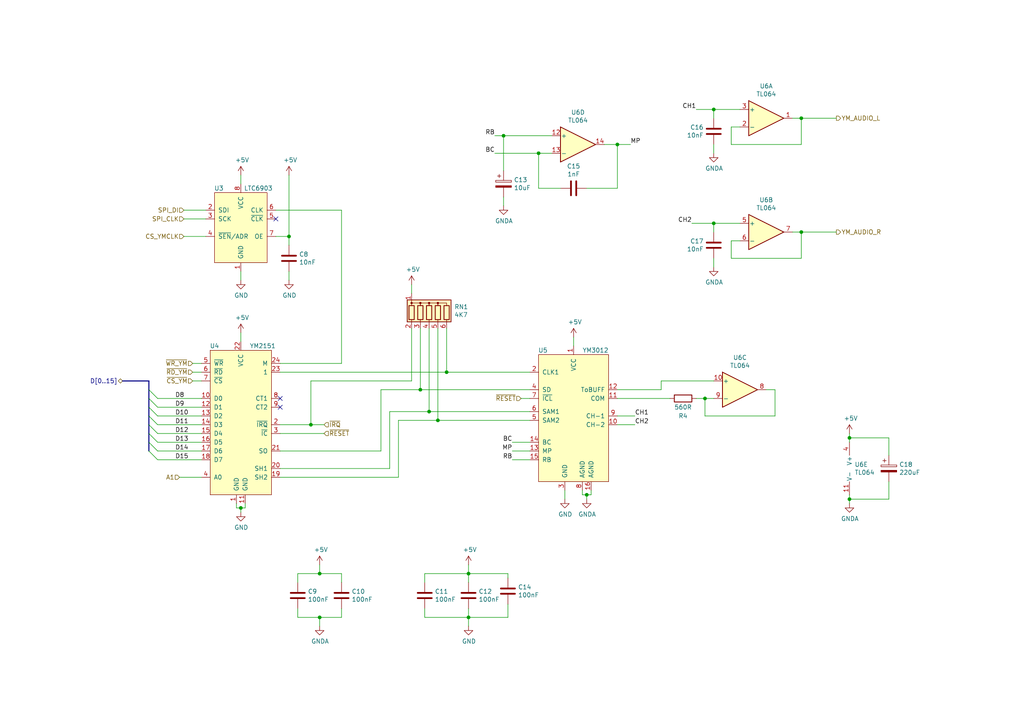
<source format=kicad_sch>
(kicad_sch (version 20231120) (generator "eeschema") (generator_version "8.0")
  (paper "A4")
  (lib_symbols
    (symbol "Amplifier_Operational:TL064" (pin_names (offset 0.127))
      (property "Reference" "U" (at 0 5.08 0))
      (property "Value" "TL064" (at 0 -5.08 0))
      (symbol "TL064_1_1"
        (polyline (pts (xy -5.08 5.08) (xy 5.08 0) (xy -5.08 -5.08) (xy -5.08 5.08)) (stroke (width 0.254)) (fill (type background)))
        (pin output line (at 7.62 0 180) (length 2.54) (name "~") (number "1"))
        (pin input line (at -7.62 -2.54 0) (length 2.54) (name "-") (number "2"))
        (pin input line (at -7.62 2.54 0) (length 2.54) (name "+") (number "3"))
      )
      (symbol "TL064_2_1"
        (polyline (pts (xy -5.08 5.08) (xy 5.08 0) (xy -5.08 -5.08) (xy -5.08 5.08)) (stroke (width 0.254)) (fill (type background)))
        (pin input line (at -7.62 2.54 0) (length 2.54) (name "+") (number "5"))
        (pin input line (at -7.62 -2.54 0) (length 2.54) (name "-") (number "6"))
        (pin output line (at 7.62 0 180) (length 2.54) (name "~") (number "7"))
      )
      (symbol "TL064_3_1"
        (polyline (pts (xy -5.08 5.08) (xy 5.08 0) (xy -5.08 -5.08) (xy -5.08 5.08)) (stroke (width 0.254)) (fill (type background)))
        (pin input line (at -7.62 2.54 0) (length 2.54) (name "+") (number "10"))
        (pin output line (at 7.62 0 180) (length 2.54) (name "~") (number "8"))
        (pin input line (at -7.62 -2.54 0) (length 2.54) (name "-") (number "9"))
      )
      (symbol "TL064_4_1"
        (polyline (pts (xy -5.08 5.08) (xy 5.08 0) (xy -5.08 -5.08) (xy -5.08 5.08)) (stroke (width 0.254)) (fill (type background)))
        (pin input line (at -7.62 2.54 0) (length 2.54) (name "+") (number "12"))
        (pin input line (at -7.62 -2.54 0) (length 2.54) (name "-") (number "13"))
        (pin output line (at 7.62 0 180) (length 2.54) (name "~") (number "14"))
      )
      (symbol "TL064_5_1"
        (pin power_in line (at -2.54 -7.62 90) (length 3.81) (name "V-") (number "11"))
        (pin power_in line (at -2.54 7.62 270) (length 3.81) (name "V+") (number "4"))
      )
    )
    (symbol "Ddraig:LTC690x" (pin_names (offset 1.016))
      (property "Reference" "U" (at -8.89 17.78 0))
      (property "Value" "LTC690x" (at 10.16 17.78 0))
      (symbol "LTC690x_0_1"
        (rectangle (start -7.62 13.97) (end 7.62 -6.35) (fill (type background)))
      )
      (symbol "LTC690x_1_1"
        (pin power_in line (at 0 -8.89 90) (length 2.54) (name "GND") (number "1"))
        (pin input line (at -10.16 8.89 0) (length 2.54) (name "SDI") (number "2"))
        (pin input line (at -10.16 6.35 0) (length 2.54) (name "SCK") (number "3"))
        (pin input line (at -10.16 1.27 0) (length 2.54) (name "~{SEN}/ADR") (number "4"))
        (pin output line (at 10.16 6.35 180) (length 2.54) (name "~{CLK}") (number "5"))
        (pin output line (at 10.16 8.89 180) (length 2.54) (name "CLK") (number "6"))
        (pin input line (at 10.16 1.27 180) (length 2.54) (name "OE") (number "7"))
        (pin power_in line (at 0 16.51 270) (length 2.54) (name "VCC") (number "8"))
      )
    )
    (symbol "Ddraig:YM2151" (pin_names (offset 1.016))
      (property "Reference" "U" (at -7.62 22.86 0))
      (property "Value" "YM2151" (at 6.35 -21.59 0))
      (symbol "YM2151_0_1"
        (rectangle (start -8.89 21.59) (end 8.89 -20.32) (fill (type background)))
      )
      (symbol "YM2151_1_1"
        (pin power_in line (at -1.27 -22.86 90) (length 2.54) (name "GND") (number "1"))
        (pin bidirectional line (at -11.43 7.62 0) (length 2.54) (name "D0") (number "10"))
        (pin power_in line (at 1.27 -22.86 90) (length 2.54) (name "GND") (number "11"))
        (pin bidirectional line (at -11.43 5.08 0) (length 2.54) (name "D1") (number "12"))
        (pin bidirectional line (at -11.43 2.54 0) (length 2.54) (name "D2") (number "13"))
        (pin bidirectional line (at -11.43 0 0) (length 2.54) (name "D3") (number "14"))
        (pin bidirectional line (at -11.43 -2.54 0) (length 2.54) (name "D4") (number "15"))
        (pin bidirectional line (at -11.43 -5.08 0) (length 2.54) (name "D5") (number "16"))
        (pin bidirectional line (at -11.43 -7.62 0) (length 2.54) (name "D6") (number "17"))
        (pin bidirectional line (at -11.43 -10.16 0) (length 2.54) (name "D7") (number "18"))
        (pin output line (at 11.43 -15.24 180) (length 2.54) (name "SH2") (number "19"))
        (pin output line (at 11.43 0 180) (length 2.54) (name "~{IRQ}") (number "2"))
        (pin output line (at 11.43 -12.7 180) (length 2.54) (name "SH1") (number "20"))
        (pin output line (at 11.43 -7.62 180) (length 2.54) (name "SO") (number "21"))
        (pin power_in line (at 0 24.13 270) (length 2.54) (name "VCC") (number "22"))
        (pin output line (at 11.43 15.24 180) (length 2.54) (name "1") (number "23"))
        (pin input line (at 11.43 17.78 180) (length 2.54) (name "M") (number "24"))
        (pin input line (at 11.43 -2.54 180) (length 2.54) (name "~{IC}") (number "3"))
        (pin input line (at -11.43 -15.24 0) (length 2.54) (name "A0") (number "4"))
        (pin input line (at -11.43 17.78 0) (length 2.54) (name "~{WR}") (number "5"))
        (pin input line (at -11.43 15.24 0) (length 2.54) (name "~{RD}") (number "6"))
        (pin input line (at -11.43 12.7 0) (length 2.54) (name "~{CS}") (number "7"))
        (pin output line (at 11.43 7.62 180) (length 2.54) (name "CT1") (number "8"))
        (pin output line (at 11.43 5.08 180) (length 2.54) (name "CT2") (number "9"))
      )
    )
    (symbol "Ddraig:YM3012" (pin_names (offset 1.016))
      (property "Reference" "U" (at -7.62 16.51 0))
      (property "Value" "YM3012" (at -8.89 -22.86 0))
      (symbol "YM3012_0_1"
        (rectangle (start -10.16 15.24) (end 10.16 -21.59) (fill (type background)))
      )
      (symbol "YM3012_1_1"
        (pin power_in line (at 0 17.78 270) (length 2.54) (name "VCC") (number "1"))
        (pin output line (at 12.7 -5.08 180) (length 2.54) (name "CH-2") (number "10"))
        (pin input line (at 12.7 2.54 180) (length 2.54) (name "COM") (number "11"))
        (pin output line (at 12.7 5.08 180) (length 2.54) (name "ToBUFF") (number "12"))
        (pin input line (at -12.7 -12.7 0) (length 2.54) (name "MP") (number "13"))
        (pin output line (at -12.7 -10.16 0) (length 2.54) (name "BC") (number "14"))
        (pin output line (at -12.7 -15.24 0) (length 2.54) (name "RB") (number "15"))
        (pin power_in line (at 5.08 -24.13 90) (length 2.54) (name "AGND") (number "16"))
        (pin input line (at -12.7 10.16 0) (length 2.54) (name "CLK1") (number "2"))
        (pin power_in line (at -2.54 -24.13 90) (length 2.54) (name "GND") (number "3"))
        (pin input line (at -12.7 5.08 0) (length 2.54) (name "SD") (number "4"))
        (pin input line (at -12.7 -3.81 0) (length 2.54) (name "SAM2") (number "5"))
        (pin input line (at -12.7 -1.27 0) (length 2.54) (name "SAM1") (number "6"))
        (pin input line (at -12.7 2.54 0) (length 2.54) (name "~{ICL}") (number "7"))
        (pin power_in line (at 2.54 -24.13 90) (length 2.54) (name "AGND") (number "8"))
        (pin output line (at 12.7 -2.54 180) (length 2.54) (name "CH-1") (number "9"))
      )
    )
    (symbol "Device:C" (pin_numbers hide) (pin_names (offset 0.254))
      (property "Reference" "C" (at 0.635 2.54 0))
      (property "Value" "C" (at 0.635 -2.54 0))
      (symbol "C_0_1"
        (polyline (pts (xy -2.032 -0.762) (xy 2.032 -0.762)) (stroke (width 0.508)))
        (polyline (pts (xy -2.032 0.762) (xy 2.032 0.762)) (stroke (width 0.508)))
      )
      (symbol "C_1_1"
        (pin passive line (at 0 3.81 270) (length 2.794) (name "~") (number "1"))
        (pin passive line (at 0 -3.81 90) (length 2.794) (name "~") (number "2"))
      )
    )
    (symbol "Device:C_Polarized" (pin_numbers hide) (pin_names (offset 0.254))
      (property "Reference" "C" (at 0.635 2.54 0))
      (property "Value" "C_Polarized" (at 0.635 -2.54 0))
      (symbol "C_Polarized_0_1"
        (rectangle (start -2.286 0.508) (end 2.286 1.016))
        (polyline (pts (xy -1.778 2.286) (xy -0.762 2.286)))
        (polyline (pts (xy -1.27 2.794) (xy -1.27 1.778)))
        (rectangle (start 2.286 -0.508) (end -2.286 -1.016) (fill (type outline)))
      )
      (symbol "C_Polarized_1_1"
        (pin passive line (at 0 3.81 270) (length 2.794) (name "~") (number "1"))
        (pin passive line (at 0 -3.81 90) (length 2.794) (name "~") (number "2"))
      )
    )
    (symbol "Device:R" (pin_numbers hide) (pin_names (offset 0))
      (property "Reference" "R" (at 2.032 0 90))
      (property "Value" "R" (at 0 0 90))
      (symbol "R_0_1"
        (rectangle (start -1.016 -2.54) (end 1.016 2.54) (stroke (width 0.254)))
      )
      (symbol "R_1_1"
        (pin passive line (at 0 3.81 270) (length 1.27) (name "~") (number "1"))
        (pin passive line (at 0 -3.81 90) (length 1.27) (name "~") (number "2"))
      )
    )
    (symbol "Device:R_Network05" (pin_names (offset 0) hide)
      (property "Reference" "RN" (at -7.62 0 90))
      (property "Value" "R_Network05" (at 7.62 0 90))
      (symbol "R_Network05_0_1"
        (rectangle (start -6.35 -3.175) (end 6.35 3.175) (stroke (width 0.254)) (fill (type background)))
        (rectangle (start -5.842 1.524) (end -4.318 -2.54) (stroke (width 0.254)))
        (circle (center -5.08 2.286) (radius 0.254) (fill (type outline)))
        (rectangle (start -3.302 1.524) (end -1.778 -2.54) (stroke (width 0.254)))
        (circle (center -2.54 2.286) (radius 0.254) (fill (type outline)))
        (rectangle (start -0.762 1.524) (end 0.762 -2.54) (stroke (width 0.254)))
        (polyline (pts (xy -5.08 -2.54) (xy -5.08 -3.81)))
        (polyline (pts (xy -2.54 -2.54) (xy -2.54 -3.81)))
        (polyline (pts (xy 0 -2.54) (xy 0 -3.81)))
        (polyline (pts (xy 2.54 -2.54) (xy 2.54 -3.81)))
        (polyline (pts (xy 5.08 -2.54) (xy 5.08 -3.81)))
        (polyline (pts (xy -5.08 1.524) (xy -5.08 2.286) (xy -2.54 2.286) (xy -2.54 1.524)))
        (polyline (pts (xy -2.54 1.524) (xy -2.54 2.286) (xy 0 2.286) (xy 0 1.524)))
        (polyline (pts (xy 0 1.524) (xy 0 2.286) (xy 2.54 2.286) (xy 2.54 1.524)))
        (polyline (pts (xy 2.54 1.524) (xy 2.54 2.286) (xy 5.08 2.286) (xy 5.08 1.524)))
        (circle (center 0 2.286) (radius 0.254) (fill (type outline)))
        (rectangle (start 1.778 1.524) (end 3.302 -2.54) (stroke (width 0.254)))
        (circle (center 2.54 2.286) (radius 0.254) (fill (type outline)))
        (rectangle (start 4.318 1.524) (end 5.842 -2.54) (stroke (width 0.254)))
      )
      (symbol "R_Network05_1_1"
        (pin passive line (at -5.08 5.08 270) (length 2.54) (name "common") (number "1"))
        (pin passive line (at -5.08 -5.08 90) (length 1.27) (name "R1") (number "2"))
        (pin passive line (at -2.54 -5.08 90) (length 1.27) (name "R2") (number "3"))
        (pin passive line (at 0 -5.08 90) (length 1.27) (name "R3") (number "4"))
        (pin passive line (at 2.54 -5.08 90) (length 1.27) (name "R4") (number "5"))
        (pin passive line (at 5.08 -5.08 90) (length 1.27) (name "R5") (number "6"))
      )
    )
    (symbol "power:+5V" (power) (pin_names (offset 0))
      (property "Value" "+5V" (at 0 3.556 0))
      (symbol "+5V_0_1"
        (polyline (pts (xy -0.762 1.27) (xy 0 2.54)))
        (polyline (pts (xy 0 0) (xy 0 2.54)))
        (polyline (pts (xy 0 2.54) (xy 0.762 1.27)))
      )
      (symbol "+5V_1_1"
        (pin power_in line (at 0 0 90) (length 0) hide (name "+5V") (number "1"))
      )
    )
    (symbol "power:GND" (power) (pin_names (offset 0))
      (property "Value" "GND" (at 0 -3.81 0))
      (symbol "GND_0_1"
        (polyline (pts (xy 0 0) (xy 0 -1.27) (xy 1.27 -1.27) (xy 0 -2.54) (xy -1.27 -1.27) (xy 0 -1.27)))
      )
      (symbol "GND_1_1"
        (pin power_in line (at 0 0 270) (length 0) hide (name "GND") (number "1"))
      )
    )
    (symbol "power:GNDA" (power) (pin_names (offset 0))
      (property "Value" "GNDA" (at 0 -3.81 0))
      (symbol "GNDA_0_1"
        (polyline (pts (xy 0 0) (xy 0 -1.27) (xy 1.27 -1.27) (xy 0 -2.54) (xy -1.27 -1.27) (xy 0 -1.27)))
      )
      (symbol "GNDA_1_1"
        (pin power_in line (at 0 0 270) (length 0) hide (name "GNDA") (number "1"))
      )
    )
  )
  (junction (at 83.82 68.58))
  (junction (at 232.41 67.31))
  (junction (at 92.71 179.07))
  (junction (at 232.41 34.29))
  (junction (at 246.38 127))
  (junction (at 92.71 166.37))
  (junction (at 135.89 179.07))
  (junction (at 246.38 144.78))
  (junction (at 90.17 123.19))
  (junction (at 124.46 119.38))
  (junction (at 121.92 113.03))
  (junction (at 207.01 31.75))
  (junction (at 170.18 143.51))
  (junction (at 179.07 41.91))
  (junction (at 135.89 166.37))
  (junction (at 127 121.92))
  (junction (at 204.47 115.57))
  (junction (at 207.01 64.77))
  (junction (at 156.21 44.45))
  (junction (at 146.05 39.37))
  (junction (at 129.54 107.95))
  (junction (at 69.85 147.32))
  (no_connect (at 80.01 63.5))
  (no_connect (at 81.28 118.11))
  (no_connect (at 81.28 115.57))
  (bus_entry (at 43.18 120.65) (size 2.54 2.54))
  (bus_entry (at 43.18 113.03) (size 2.54 2.54))
  (bus_entry (at 43.18 123.19) (size 2.54 2.54))
  (bus_entry (at 43.18 130.81) (size 2.54 2.54))
  (bus_entry (at 43.18 115.57) (size 2.54 2.54))
  (bus_entry (at 43.18 128.27) (size 2.54 2.54))
  (bus_entry (at 43.18 125.73) (size 2.54 2.54))
  (bus_entry (at 43.18 118.11) (size 2.54 2.54))
  (wire (pts (xy 45.72 118.11) (xy 58.42 118.11)))
  (wire (pts (xy 162.56 54.61) (xy 156.21 54.61)))
  (wire (pts (xy 201.93 31.75) (xy 207.01 31.75)))
  (wire (pts (xy 45.72 133.35) (xy 58.42 133.35)))
  (wire (pts (xy 224.79 113.03) (xy 222.25 113.03)))
  (wire (pts (xy 69.85 53.34) (xy 69.85 50.8)))
  (wire (pts (xy 115.57 121.92) (xy 115.57 138.43)))
  (wire (pts (xy 99.06 166.37) (xy 92.71 166.37)))
  (wire (pts (xy 232.41 34.29) (xy 229.87 34.29)))
  (wire (pts (xy 179.07 115.57) (xy 194.31 115.57)))
  (wire (pts (xy 146.05 57.15) (xy 146.05 59.69)))
  (wire (pts (xy 184.15 123.19) (xy 179.07 123.19)))
  (wire (pts (xy 232.41 67.31) (xy 229.87 67.31)))
  (wire (pts (xy 45.72 123.19) (xy 58.42 123.19)))
  (wire (pts (xy 121.92 113.03) (xy 110.49 113.03)))
  (bus (pts (xy 43.18 128.27) (xy 43.18 130.81)))
  (wire (pts (xy 59.69 63.5) (xy 53.34 63.5)))
  (wire (pts (xy 246.38 144.78) (xy 257.81 144.78)))
  (wire (pts (xy 83.82 68.58) (xy 83.82 71.12)))
  (wire (pts (xy 153.67 128.27) (xy 148.59 128.27)))
  (wire (pts (xy 153.67 121.92) (xy 127 121.92)))
  (wire (pts (xy 119.38 110.49) (xy 119.38 95.25)))
  (wire (pts (xy 90.17 123.19) (xy 81.28 123.19)))
  (wire (pts (xy 45.72 125.73) (xy 58.42 125.73)))
  (wire (pts (xy 207.01 74.93) (xy 207.01 77.47)))
  (bus (pts (xy 43.18 118.11) (xy 43.18 120.65)))
  (wire (pts (xy 214.63 36.83) (xy 212.09 36.83)))
  (wire (pts (xy 135.89 163.83) (xy 135.89 166.37)))
  (wire (pts (xy 166.37 97.79) (xy 166.37 100.33)))
  (wire (pts (xy 80.01 60.96) (xy 99.06 60.96)))
  (wire (pts (xy 99.06 60.96) (xy 99.06 105.41)))
  (bus (pts (xy 43.18 115.57) (xy 43.18 118.11)))
  (wire (pts (xy 129.54 95.25) (xy 129.54 107.95)))
  (wire (pts (xy 92.71 163.83) (xy 92.71 166.37)))
  (wire (pts (xy 147.32 179.07) (xy 147.32 175.26)))
  (wire (pts (xy 81.28 107.95) (xy 129.54 107.95)))
  (wire (pts (xy 170.18 54.61) (xy 179.07 54.61)))
  (wire (pts (xy 246.38 144.78) (xy 246.38 146.05)))
  (wire (pts (xy 204.47 115.57) (xy 204.47 120.65)))
  (wire (pts (xy 115.57 138.43) (xy 81.28 138.43)))
  (wire (pts (xy 123.19 166.37) (xy 123.19 168.91)))
  (wire (pts (xy 212.09 41.91) (xy 232.41 41.91)))
  (wire (pts (xy 90.17 123.19) (xy 90.17 110.49)))
  (wire (pts (xy 99.06 166.37) (xy 99.06 168.91)))
  (wire (pts (xy 257.81 127) (xy 257.81 132.08)))
  (wire (pts (xy 135.89 168.91) (xy 135.89 166.37)))
  (wire (pts (xy 207.01 67.31) (xy 207.01 64.77)))
  (wire (pts (xy 232.41 34.29) (xy 242.57 34.29)))
  (wire (pts (xy 191.77 110.49) (xy 207.01 110.49)))
  (wire (pts (xy 69.85 148.59) (xy 69.85 147.32)))
  (wire (pts (xy 123.19 179.07) (xy 135.89 179.07)))
  (wire (pts (xy 45.72 115.57) (xy 58.42 115.57)))
  (wire (pts (xy 168.91 142.24) (xy 168.91 143.51)))
  (wire (pts (xy 156.21 44.45) (xy 160.02 44.45)))
  (wire (pts (xy 200.66 64.77) (xy 207.01 64.77)))
  (wire (pts (xy 143.51 44.45) (xy 156.21 44.45)))
  (wire (pts (xy 68.58 147.32) (xy 69.85 147.32)))
  (wire (pts (xy 69.85 78.74) (xy 69.85 81.28)))
  (wire (pts (xy 148.59 130.81) (xy 153.67 130.81)))
  (wire (pts (xy 86.36 166.37) (xy 86.36 168.91)))
  (wire (pts (xy 204.47 115.57) (xy 201.93 115.57)))
  (wire (pts (xy 207.01 31.75) (xy 214.63 31.75)))
  (wire (pts (xy 171.45 143.51) (xy 170.18 143.51)))
  (wire (pts (xy 175.26 41.91) (xy 179.07 41.91)))
  (bus (pts (xy 43.18 120.65) (xy 43.18 123.19)))
  (wire (pts (xy 81.28 135.89) (xy 113.03 135.89)))
  (wire (pts (xy 168.91 143.51) (xy 170.18 143.51)))
  (wire (pts (xy 179.07 113.03) (xy 191.77 113.03)))
  (wire (pts (xy 171.45 142.24) (xy 171.45 143.51)))
  (wire (pts (xy 113.03 119.38) (xy 124.46 119.38)))
  (wire (pts (xy 151.13 115.57) (xy 153.67 115.57)))
  (wire (pts (xy 163.83 142.24) (xy 163.83 144.78)))
  (wire (pts (xy 212.09 36.83) (xy 212.09 41.91)))
  (wire (pts (xy 207.01 64.77) (xy 214.63 64.77)))
  (wire (pts (xy 81.28 125.73) (xy 93.98 125.73)))
  (wire (pts (xy 55.88 105.41) (xy 58.42 105.41)))
  (wire (pts (xy 135.89 179.07) (xy 147.32 179.07)))
  (wire (pts (xy 81.28 105.41) (xy 99.06 105.41)))
  (wire (pts (xy 246.38 128.27) (xy 246.38 127)))
  (wire (pts (xy 207.01 115.57) (xy 204.47 115.57)))
  (wire (pts (xy 135.89 179.07) (xy 135.89 181.61)))
  (wire (pts (xy 123.19 176.53) (xy 123.19 179.07)))
  (wire (pts (xy 212.09 74.93) (xy 232.41 74.93)))
  (wire (pts (xy 99.06 179.07) (xy 99.06 176.53)))
  (wire (pts (xy 135.89 166.37) (xy 123.19 166.37)))
  (wire (pts (xy 170.18 143.51) (xy 170.18 144.78)))
  (wire (pts (xy 83.82 50.8) (xy 83.82 68.58)))
  (wire (pts (xy 127 121.92) (xy 115.57 121.92)))
  (wire (pts (xy 69.85 147.32) (xy 71.12 147.32)))
  (wire (pts (xy 191.77 113.03) (xy 191.77 110.49)))
  (bus (pts (xy 43.18 125.73) (xy 43.18 128.27)))
  (bus (pts (xy 43.18 110.49) (xy 43.18 113.03)))
  (bus (pts (xy 43.18 113.03) (xy 43.18 115.57)))
  (wire (pts (xy 156.21 54.61) (xy 156.21 44.45)))
  (wire (pts (xy 224.79 120.65) (xy 224.79 113.03)))
  (wire (pts (xy 212.09 69.85) (xy 212.09 74.93)))
  (wire (pts (xy 246.38 125.73) (xy 246.38 127)))
  (wire (pts (xy 179.07 41.91) (xy 182.88 41.91)))
  (wire (pts (xy 127 95.25) (xy 127 121.92)))
  (wire (pts (xy 86.36 179.07) (xy 92.71 179.07)))
  (wire (pts (xy 92.71 166.37) (xy 86.36 166.37)))
  (wire (pts (xy 207.01 41.91) (xy 207.01 44.45)))
  (bus (pts (xy 43.18 110.49) (xy 35.56 110.49)))
  (wire (pts (xy 45.72 120.65) (xy 58.42 120.65)))
  (wire (pts (xy 232.41 67.31) (xy 242.57 67.31)))
  (wire (pts (xy 204.47 120.65) (xy 224.79 120.65)))
  (wire (pts (xy 214.63 69.85) (xy 212.09 69.85)))
  (wire (pts (xy 147.32 166.37) (xy 135.89 166.37)))
  (wire (pts (xy 69.85 96.52) (xy 69.85 99.06)))
  (wire (pts (xy 90.17 110.49) (xy 119.38 110.49)))
  (wire (pts (xy 119.38 82.55) (xy 119.38 85.09)))
  (wire (pts (xy 45.72 130.81) (xy 58.42 130.81)))
  (wire (pts (xy 147.32 167.64) (xy 147.32 166.37)))
  (wire (pts (xy 93.98 123.19) (xy 90.17 123.19)))
  (wire (pts (xy 232.41 74.93) (xy 232.41 67.31)))
  (wire (pts (xy 45.72 128.27) (xy 58.42 128.27)))
  (wire (pts (xy 86.36 176.53) (xy 86.36 179.07)))
  (wire (pts (xy 146.05 49.53) (xy 146.05 39.37)))
  (wire (pts (xy 83.82 81.28) (xy 83.82 78.74)))
  (wire (pts (xy 92.71 179.07) (xy 99.06 179.07)))
  (wire (pts (xy 68.58 146.05) (xy 68.58 147.32)))
  (wire (pts (xy 52.07 138.43) (xy 58.42 138.43)))
  (wire (pts (xy 257.81 144.78) (xy 257.81 139.7)))
  (wire (pts (xy 53.34 68.58) (xy 59.69 68.58)))
  (wire (pts (xy 135.89 176.53) (xy 135.89 179.07)))
  (wire (pts (xy 153.67 113.03) (xy 121.92 113.03)))
  (wire (pts (xy 232.41 41.91) (xy 232.41 34.29)))
  (wire (pts (xy 110.49 113.03) (xy 110.49 130.81)))
  (wire (pts (xy 113.03 135.89) (xy 113.03 119.38)))
  (wire (pts (xy 179.07 120.65) (xy 184.15 120.65)))
  (wire (pts (xy 124.46 119.38) (xy 153.67 119.38)))
  (wire (pts (xy 58.42 107.95) (xy 55.88 107.95)))
  (wire (pts (xy 71.12 147.32) (xy 71.12 146.05)))
  (wire (pts (xy 207.01 34.29) (xy 207.01 31.75)))
  (wire (pts (xy 179.07 54.61) (xy 179.07 41.91)))
  (wire (pts (xy 58.42 110.49) (xy 55.88 110.49)))
  (wire (pts (xy 121.92 95.25) (xy 121.92 113.03)))
  (wire (pts (xy 110.49 130.81) (xy 81.28 130.81)))
  (wire (pts (xy 246.38 143.51) (xy 246.38 144.78)))
  (wire (pts (xy 53.34 60.96) (xy 59.69 60.96)))
  (wire (pts (xy 246.38 127) (xy 257.81 127)))
  (wire (pts (xy 146.05 39.37) (xy 143.51 39.37)))
  (wire (pts (xy 124.46 95.25) (xy 124.46 119.38)))
  (wire (pts (xy 92.71 181.61) (xy 92.71 179.07)))
  (bus (pts (xy 43.18 123.19) (xy 43.18 125.73)))
  (wire (pts (xy 129.54 107.95) (xy 153.67 107.95)))
  (wire (pts (xy 80.01 68.58) (xy 83.82 68.58)))
  (wire (pts (xy 160.02 39.37) (xy 146.05 39.37)))
  (wire (pts (xy 153.67 133.35) (xy 148.59 133.35)))
  (label "RB" (at 148.59 133.35 180))
  (label "D9" (at 50.8 118.11 0))
  (label "D15" (at 50.8 133.35 0))
  (label "RB" (at 143.51 39.37 180))
  (label "D10" (at 50.8 120.65 0))
  (label "CH2" (at 184.15 123.19 0))
  (label "D11" (at 50.8 123.19 0))
  (label "MP" (at 182.88 41.91 0))
  (label "D14" (at 50.8 130.81 0))
  (label "CH1" (at 184.15 120.65 0))
  (label "D13" (at 50.8 128.27 0))
  (label "D8" (at 50.8 115.57 0))
  (label "BC" (at 148.59 128.27 180))
  (label "MP" (at 148.59 130.81 180))
  (label "BC" (at 143.51 44.45 180))
  (label "CH2" (at 200.66 64.77 180))
  (label "D12" (at 50.8 125.73 0))
  (label "CH1" (at 201.93 31.75 180))
  (hierarchical_label "~{CS_YM}" (shape input) (at 55.88 110.49 180))
  (hierarchical_label "~{RESET}" (shape input) (at 93.98 125.73 0))
  (hierarchical_label "~{WR_YM}" (shape input) (at 55.88 105.41 180))
  (hierarchical_label "A1" (shape input) (at 52.07 138.43 180))
  (hierarchical_label "D[0..15]" (shape bidirectional) (at 35.56 110.49 180))
  (hierarchical_label "~{RESET}" (shape input) (at 151.13 115.57 180))
  (hierarchical_label "CS_YMCLK" (shape input) (at 53.34 68.58 180))
  (hierarchical_label "SPI_CLK" (shape input) (at 53.34 63.5 180))
  (hierarchical_label "~{RD_YM}" (shape input) (at 55.88 107.95 180))
  (hierarchical_label "YM_AUDIO_R" (shape output) (at 242.57 67.31 0))
  (hierarchical_label "YM_AUDIO_L" (shape output) (at 242.57 34.29 0))
  (hierarchical_label "SPI_DI" (shape input) (at 53.34 60.96 180))
  (hierarchical_label "~{IRQ}" (shape input) (at 93.98 123.19 0))
  (symbol (lib_id "Ddraig:YM2151") (at 69.85 123.19 0) (unit 1)
    (property "Reference" "U4" (at 62.23 100.33 0))
    (property "Value" "YM2151" (at 76.2 100.33 0))
    (property "Footprint" "Package_DIP:DIP-24_W15.24mm_Socket" (effects (hide yes)))
  )
  (symbol (lib_id "Ddraig:YM3012") (at 166.37 118.11 0) (unit 1)
    (property "Reference" "U5" (at 157.48 101.6 0))
    (property "Value" "YM3012" (at 172.72 101.6 0))
    (property "Footprint" "Package_DIP:DIP-16_W7.62mm_Socket" (effects (hide yes)))
  )
  (symbol (lib_id "Amplifier_Operational:TL064") (at 214.63 113.03 0) (unit 3)
    (property "Reference" "U6" (at 214.63 103.7082 0))
    (property "Value" "TL064" (at 214.63 106.0196 0))
    (property "Footprint" "Package_DIP:DIP-14_W7.62mm_Socket" (effects (hide yes)))
    (property "Datasheet" "http://www.ti.com/lit/ds/symlink/tl061.pdf" (effects (hide yes)))
  )
  (symbol (lib_id "Amplifier_Operational:TL064") (at 167.64 41.91 0) (unit 4)
    (property "Reference" "U6" (at 167.64 32.5882 0))
    (property "Value" "TL064" (at 167.64 34.8996 0))
    (property "Footprint" "Package_DIP:DIP-14_W7.62mm_Socket" (effects (hide yes)))
    (property "Datasheet" "http://www.ti.com/lit/ds/symlink/tl061.pdf" (effects (hide yes)))
  )
  (symbol (lib_id "Amplifier_Operational:TL064") (at 248.92 135.89 0) (unit 5)
    (property "Reference" "U6" (at 247.8532 134.7216 0) (effects (justify left)))
    (property "Value" "TL064" (at 247.8532 137.033 0) (effects (justify left)))
    (property "Footprint" "Package_DIP:DIP-14_W7.62mm_Socket" (effects (hide yes)))
    (property "Datasheet" "http://www.ti.com/lit/ds/symlink/tl061.pdf" (effects (hide yes)))
  )
  (symbol (lib_id "Device:R") (at 198.12 115.57 270) (unit 1)
    (property "Reference" "R4" (at 198.12 120.65 90))
    (property "Value" "560R" (at 198.12 118.11 90))
    (property "Footprint" "Resistor_THT:R_Axial_DIN0207_L6.3mm_D2.5mm_P10.16mm_Horizontal" (effects (hide yes)))
  )
  (symbol (lib_id "Device:C_Polarized") (at 146.05 53.34 0) (unit 1)
    (property "Reference" "C13" (at 149.0472 52.1716 0) (effects (justify left)))
    (property "Value" "10uF" (at 149.0472 54.483 0) (effects (justify left)))
    (property "Footprint" "Capacitor_THT:CP_Radial_D5.0mm_P2.50mm" (effects (hide yes)))
  )
  (symbol (lib_id "Device:C_Polarized") (at 257.81 135.89 0) (unit 1)
    (property "Reference" "C18" (at 260.8072 134.7216 0) (effects (justify left)))
    (property "Value" "220uF" (at 260.8072 137.033 0) (effects (justify left)))
    (property "Footprint" "Capacitor_THT:CP_Radial_D5.0mm_P2.50mm" (effects (hide yes)))
  )
  (symbol (lib_id "power:+5V") (at 69.85 96.52 0) (unit 1)
    (property "Reference" "#PWR031" (effects (hide yes)))
    (property "Value" "+5V" (at 70.231 92.1258 0))
  )
  (symbol (lib_id "power:GND") (at 69.85 148.59 0) (unit 1)
    (property "Reference" "#PWR032" (effects (hide yes)))
    (property "Value" "GND" (at 69.977 152.9842 0))
  )
  (symbol (lib_id "power:GND") (at 163.83 144.78 0) (unit 1)
    (property "Reference" "#PWR041" (effects (hide yes)))
    (property "Value" "GND" (at 163.957 149.1742 0))
  )
  (symbol (lib_id "power:+5V") (at 166.37 97.79 0) (unit 1)
    (property "Reference" "#PWR042" (effects (hide yes)))
    (property "Value" "+5V" (at 166.751 93.3958 0))
  )
  (symbol (lib_id "Ddraig:LTC690x") (at 69.85 69.85 0) (unit 1)
    (property "Reference" "U3" (at 63.5 54.61 0))
    (property "Value" "LTC6903" (at 74.93 54.61 0))
    (property "Footprint" "Package_SO:MSOP-8_3x3mm_P0.65mm" (effects (hide yes)))
  )
  (symbol (lib_id "power:+5V") (at 69.85 50.8 0) (unit 1)
    (property "Reference" "#PWR029" (effects (hide yes)))
    (property "Value" "+5V" (at 70.231 46.4058 0))
  )
  (symbol (lib_id "power:GND") (at 69.85 81.28 0) (unit 1)
    (property "Reference" "#PWR030" (effects (hide yes)))
    (property "Value" "GND" (at 69.977 85.6742 0))
  )
  (symbol (lib_id "Device:C") (at 166.37 54.61 270) (unit 1)
    (property "Reference" "C15" (at 166.37 48.2092 90))
    (property "Value" "1nF" (at 166.37 50.5206 90))
    (property "Footprint" "Capacitor_THT:C_Disc_D5.0mm_W2.5mm_P2.50mm" (effects (hide yes)))
  )
  (symbol (lib_id "Amplifier_Operational:TL064") (at 222.25 34.29 0) (unit 1)
    (property "Reference" "U6" (at 222.25 24.9682 0))
    (property "Value" "TL064" (at 222.25 27.2796 0))
    (property "Footprint" "Package_DIP:DIP-14_W7.62mm_Socket" (effects (hide yes)))
    (property "Datasheet" "http://www.ti.com/lit/ds/symlink/tl061.pdf" (effects (hide yes)))
  )
  (symbol (lib_id "Amplifier_Operational:TL064") (at 222.25 67.31 0) (unit 2)
    (property "Reference" "U6" (at 222.25 57.9882 0))
    (property "Value" "TL064" (at 222.25 60.2996 0))
    (property "Footprint" "Package_DIP:DIP-14_W7.62mm_Socket" (effects (hide yes)))
    (property "Datasheet" "http://www.ti.com/lit/ds/symlink/tl061.pdf" (effects (hide yes)))
  )
  (symbol (lib_id "Device:C") (at 207.01 38.1 0) (mirror x) (unit 1)
    (property "Reference" "C16" (at 204.089 36.9316 0) (effects (justify right)))
    (property "Value" "10nF" (at 204.089 39.243 0) (effects (justify right)))
    (property "Footprint" "Capacitor_THT:C_Disc_D5.0mm_W2.5mm_P2.50mm" (effects (hide yes)))
  )
  (symbol (lib_id "Device:C") (at 207.01 71.12 0) (mirror x) (unit 1)
    (property "Reference" "C17" (at 204.089 69.9516 0) (effects (justify right)))
    (property "Value" "10nF" (at 204.089 72.263 0) (effects (justify right)))
    (property "Footprint" "Capacitor_THT:C_Disc_D5.0mm_W2.5mm_P2.50mm" (effects (hide yes)))
  )
  (symbol (lib_id "Device:R_Network05") (at 124.46 90.17 0) (unit 1)
    (property "Reference" "RN1" (at 131.7752 89.0016 0) (effects (justify left)))
    (property "Value" "4K7" (at 131.7752 91.313 0) (effects (justify left)))
    (property "Footprint" "Resistor_THT:R_Array_SIP6" (effects (hide yes)))
    (property "Datasheet" "http://www.vishay.com/docs/31509/csc.pdf" (effects (hide yes)))
  )
  (symbol (lib_id "power:+5V") (at 119.38 82.55 0) (unit 1)
    (property "Reference" "#PWR037" (effects (hide yes)))
    (property "Value" "+5V" (at 119.761 78.1558 0))
  )
  (symbol (lib_id "Device:C") (at 135.89 172.72 0) (unit 1)
    (property "Reference" "C12" (at 138.811 171.5516 0) (effects (justify left)))
    (property "Value" "100nF" (at 138.811 173.863 0) (effects (justify left)))
    (property "Footprint" "Capacitor_THT:C_Disc_D5.0mm_W2.5mm_P2.50mm" (effects (hide yes)))
  )
  (symbol (lib_id "Device:C") (at 123.19 172.72 0) (unit 1)
    (property "Reference" "C11" (at 126.111 171.5516 0) (effects (justify left)))
    (property "Value" "100nF" (at 126.111 173.863 0) (effects (justify left)))
    (property "Footprint" "Capacitor_THT:C_Disc_D5.0mm_W2.5mm_P2.50mm" (effects (hide yes)))
  )
  (symbol (lib_id "Device:C") (at 99.06 172.72 0) (unit 1)
    (property "Reference" "C10" (at 101.981 171.5516 0) (effects (justify left)))
    (property "Value" "100nF" (at 101.981 173.863 0) (effects (justify left)))
    (property "Footprint" "Capacitor_THT:C_Disc_D5.0mm_W2.5mm_P2.50mm" (effects (hide yes)))
  )
  (symbol (lib_id "power:GND") (at 135.89 181.61 0) (unit 1)
    (property "Reference" "#PWR039" (effects (hide yes)))
    (property "Value" "GND" (at 136.017 186.0042 0))
  )
  (symbol (lib_id "power:+5V") (at 135.89 163.83 0) (unit 1)
    (property "Reference" "#PWR038" (effects (hide yes)))
    (property "Value" "+5V" (at 136.271 159.4358 0))
  )
  (symbol (lib_id "Device:C") (at 147.32 171.45 0) (unit 1)
    (property "Reference" "C14" (at 150.241 170.2816 0) (effects (justify left)))
    (property "Value" "100nF" (at 150.241 172.593 0) (effects (justify left)))
    (property "Footprint" "Capacitor_THT:C_Disc_D5.0mm_W2.5mm_P2.50mm" (effects (hide yes)))
  )
  (symbol (lib_id "Device:C") (at 86.36 172.72 0) (unit 1)
    (property "Reference" "C9" (at 89.281 171.5516 0) (effects (justify left)))
    (property "Value" "100nF" (at 89.281 173.863 0) (effects (justify left)))
    (property "Footprint" "Capacitor_THT:C_Disc_D5.0mm_W2.5mm_P2.50mm" (effects (hide yes)))
  )
  (symbol (lib_id "power:GNDA") (at 170.18 144.78 0) (unit 1)
    (property "Reference" "#PWR043" (effects (hide yes)))
    (property "Value" "GNDA" (at 170.307 149.1742 0))
  )
  (symbol (lib_id "power:GNDA") (at 246.38 146.05 0) (unit 1)
    (property "Reference" "#PWR047" (effects (hide yes)))
    (property "Value" "GNDA" (at 246.507 150.4442 0))
  )
  (symbol (lib_id "power:GNDA") (at 207.01 44.45 0) (unit 1)
    (property "Reference" "#PWR044" (effects (hide yes)))
    (property "Value" "GNDA" (at 207.137 48.8442 0))
  )
  (symbol (lib_id "power:GNDA") (at 207.01 77.47 0) (unit 1)
    (property "Reference" "#PWR045" (effects (hide yes)))
    (property "Value" "GNDA" (at 207.137 81.8642 0))
  )
  (symbol (lib_id "power:GNDA") (at 146.05 59.69 0) (unit 1)
    (property "Reference" "#PWR040" (effects (hide yes)))
    (property "Value" "GNDA" (at 146.177 64.0842 0))
  )
  (symbol (lib_id "power:GNDA") (at 92.71 181.61 0) (unit 1)
    (property "Reference" "#PWR036" (effects (hide yes)))
    (property "Value" "GNDA" (at 92.837 186.0042 0))
  )
  (symbol (lib_id "power:+5V") (at 92.71 163.83 0) (unit 1)
    (property "Reference" "#PWR035" (effects (hide yes)))
    (property "Value" "+5V" (at 93.091 159.4358 0))
  )
  (symbol (lib_id "power:+5V") (at 246.38 125.73 0) (unit 1)
    (property "Reference" "#PWR046" (effects (hide yes)))
    (property "Value" "+5V" (at 246.761 121.3358 0))
  )
  (symbol (lib_id "Device:C") (at 83.82 74.93 0) (unit 1)
    (property "Reference" "C8" (at 86.741 73.7616 0) (effects (justify left)))
    (property "Value" "10nF" (at 86.741 76.073 0) (effects (justify left)))
    (property "Footprint" "Capacitor_THT:C_Disc_D5.0mm_W2.5mm_P2.50mm" (effects (hide yes)))
  )
  (symbol (lib_id "power:GND") (at 83.82 81.28 0) (unit 1)
    (property "Reference" "#PWR034" (effects (hide yes)))
    (property "Value" "GND" (at 83.947 85.6742 0))
  )
  (symbol (lib_id "power:+5V") (at 83.82 50.8 0) (unit 1)
    (property "Reference" "#PWR033" (effects (hide yes)))
    (property "Value" "+5V" (at 84.201 46.4058 0))
  )
)
</source>
